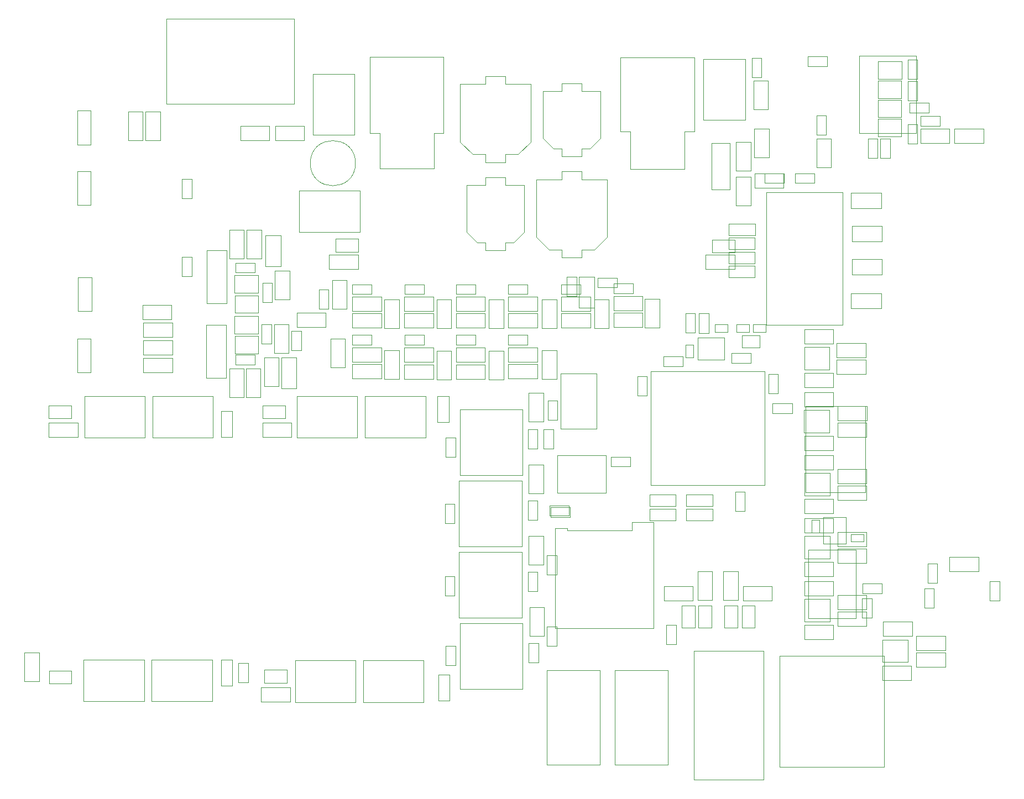
<source format=gbr>
%TF.GenerationSoftware,Altium Limited,Altium Designer,22.2.1 (43)*%
G04 Layer_Color=32768*
%FSLAX44Y44*%
%MOMM*%
%TF.SameCoordinates,040CE2E0-B857-4D47-B26F-9B72162B56B4*%
%TF.FilePolarity,Positive*%
%TF.FileFunction,Other,Mechanical_15*%
%TF.Part,Single*%
G01*
G75*
%TA.AperFunction,NonConductor*%
%ADD185C,0.0500*%
D185*
X773770Y1096010D02*
G03*
X773770Y1096010I-34630J0D01*
G01*
X1510740Y820140D02*
X1555040D01*
X1510740Y797840D02*
X1555040D01*
X1510740D02*
Y820140D01*
X1555040Y797840D02*
Y820140D01*
X1510740Y794740D02*
X1555040D01*
X1510740Y772440D02*
X1555040D01*
X1510740D02*
Y794740D01*
X1555040Y772440D02*
Y794740D01*
X1512010Y530580D02*
X1556310D01*
X1512010Y508280D02*
X1556310D01*
X1512010Y530580D02*
X1512010Y508280D01*
X1556310D02*
Y530580D01*
X1512010Y505180D02*
X1556310D01*
X1512010Y482880D02*
X1556310D01*
X1512010D02*
Y505180D01*
X1556310Y482880D02*
Y505180D01*
X1512010Y601700D02*
X1556310D01*
X1512010Y579400D02*
X1556310D01*
X1512010D02*
Y601700D01*
X1556310Y579400D02*
Y601700D01*
X1512010Y627100D02*
X1556310D01*
X1512010Y604800D02*
X1556310D01*
X1512010D02*
Y627100D01*
X1556310Y604800D02*
Y627100D01*
X1512010Y698220D02*
X1556310D01*
X1512010Y675920D02*
X1556310D01*
X1512010D02*
Y698220D01*
X1556310Y675920D02*
Y698220D01*
X1512450Y723620D02*
X1556750D01*
X1512450Y701320D02*
X1556750D01*
X1512450D02*
Y723620D01*
X1556750Y701320D02*
X1556750Y723620D01*
X1461650Y427949D02*
X1500150D01*
X1461650Y393949D02*
X1500150D01*
Y427949D01*
X1461650Y393949D02*
Y427949D01*
X1581030Y365719D02*
X1619530D01*
X1581030Y331719D02*
X1619530D01*
Y365719D01*
X1581030Y331719D02*
Y365719D01*
X1461210Y455650D02*
X1505510D01*
X1461210Y433350D02*
X1505510D01*
X1461210D02*
Y455650D01*
X1505510Y433350D02*
Y455650D01*
X1512010Y434060D02*
X1556310D01*
X1512010Y411760D02*
X1556310D01*
X1512010D02*
Y434060D01*
X1556310Y411760D02*
Y434060D01*
X1512010Y408660D02*
X1556310D01*
X1512010Y386360D02*
X1556310D01*
X1512010D02*
Y408660D01*
X1556310Y386360D02*
Y408660D01*
X1581860Y393420D02*
X1626160D01*
X1581860Y371120D02*
X1626160D01*
X1581860D02*
Y393420D01*
X1626160Y371120D02*
Y393420D01*
X1580590Y326110D02*
X1624890D01*
X1580590Y303810D02*
X1624890D01*
X1580590D02*
Y326110D01*
X1624890Y303810D02*
Y326110D01*
X1632660Y346430D02*
X1676960Y346430D01*
X1632660Y324130D02*
X1676960Y324130D01*
X1632660Y324130D02*
X1632660Y346430D01*
X1676960Y324130D02*
Y346430D01*
X1632660Y371830D02*
X1676960D01*
X1632660Y349530D02*
X1676960D01*
X1632660D02*
Y371830D01*
X1676960D02*
X1676960Y349530D01*
X1461210Y388340D02*
X1505510D01*
X1461210Y366040D02*
X1505510D01*
X1461210D02*
Y388340D01*
X1505510Y366040D02*
Y388340D01*
X1226080Y602510D02*
Y776710D01*
X1400280Y602510D02*
Y776710D01*
X1226080D02*
X1400280D01*
X1226080Y602510D02*
X1400280D01*
X1519610Y848260D02*
Y1051660D01*
X1402910Y848260D02*
X1519610D01*
X1402910D02*
Y1051660D01*
X1519610D01*
X1461210Y581380D02*
X1505510D01*
X1461210Y559080D02*
X1505510D01*
X1461210D02*
Y581380D01*
X1505510Y559080D02*
Y581380D01*
X1461210Y677900D02*
X1505510D01*
X1461210Y655600D02*
X1505510D01*
X1461210D02*
Y677900D01*
X1505510Y655600D02*
Y677900D01*
X1291630Y348990D02*
X1398230D01*
X1291630Y151190D02*
Y348990D01*
Y151190D02*
X1398230D01*
Y348990D01*
X1320310Y979010D02*
X1354310D01*
X1320310Y959010D02*
X1354310D01*
X1320310D02*
Y979010D01*
X1354310Y959010D02*
Y979010D01*
X1112300Y891930D02*
Y921630D01*
X1097500Y891930D02*
Y921630D01*
Y891930D02*
X1112300D01*
X1097500Y921630D02*
X1112300D01*
X1139260Y874240D02*
Y921540D01*
X1116260Y874240D02*
X1139260D01*
X1116260D02*
Y921540D01*
X1139260D01*
X1174360Y905780D02*
Y920480D01*
X1144660Y905780D02*
Y920480D01*
X1174360D01*
X1144660Y905780D02*
X1174360D01*
X483910Y1317210D02*
X679410D01*
X483910Y1187210D02*
Y1317210D01*
Y1187210D02*
X679410D01*
Y1317210D01*
X1170980Y318850D02*
X1252180D01*
X1170980Y174050D02*
Y318850D01*
Y174050D02*
X1252180D01*
Y318850D01*
X1148040Y174050D02*
Y318850D01*
X1066840Y174050D02*
X1148040D01*
X1066840D02*
Y318850D01*
X1148040D01*
X1007820Y868960D02*
Y891260D01*
X1052120Y868960D02*
Y891260D01*
X1007820D02*
X1052120D01*
X1007820Y868960D02*
X1052120D01*
X1142560Y689020D02*
Y774020D01*
X1087560Y689020D02*
X1142560D01*
X1087560D02*
Y774020D01*
X1142560D01*
X933810Y718470D02*
X1029610D01*
Y617570D02*
Y718470D01*
X933810Y617570D02*
X1029610D01*
X933810D02*
Y718470D01*
X1549790Y437100D02*
Y451900D01*
X1579490Y437100D02*
Y451900D01*
X1549790Y437100D02*
X1579490D01*
X1549790Y451900D02*
X1579490D01*
X1280480Y566280D02*
X1320480D01*
Y548780D02*
Y566280D01*
X1280480Y548780D02*
X1320480D01*
X1280480D02*
Y566280D01*
Y570370D02*
X1320480D01*
X1280480D02*
Y587870D01*
X1320480D01*
Y570370D02*
Y587870D01*
X1224280Y570370D02*
X1264280D01*
X1224280D02*
Y587870D01*
X1264280D01*
Y570370D02*
Y587870D01*
X1224280Y566280D02*
X1264280D01*
Y548780D02*
Y566280D01*
X1224280Y548780D02*
X1264280D01*
X1224280D02*
Y566280D01*
X1727760Y470180D02*
Y492480D01*
X1683460Y470180D02*
Y492480D01*
Y470180D02*
X1727760D01*
X1683460Y492480D02*
X1727760D01*
X1649950Y482210D02*
X1664750D01*
X1649950Y452510D02*
X1664750D01*
Y482210D01*
X1649950Y452510D02*
Y482210D01*
X1644870Y414410D02*
X1659670D01*
X1644870Y444110D02*
X1659670D01*
X1644870Y414410D02*
Y444110D01*
X1659670Y414410D02*
Y444110D01*
X1745200Y425840D02*
X1760000D01*
X1745200Y455540D02*
X1760000D01*
X1745200Y425840D02*
Y455540D01*
X1760000Y425840D02*
Y455540D01*
X1461570Y490468D02*
Y524469D01*
X1500070Y490468D02*
Y524469D01*
X1461570Y490468D02*
X1500070D01*
X1461570Y524469D02*
X1500070D01*
X1505510Y529870D02*
Y552170D01*
X1461210Y529870D02*
Y552170D01*
Y529870D02*
X1505510D01*
X1461210Y552170D02*
X1505510D01*
Y462560D02*
Y484860D01*
X1461210Y462560D02*
Y484860D01*
Y462560D02*
X1505510D01*
X1461210Y484860D02*
X1505510D01*
X1461570Y586988D02*
Y620989D01*
X1500070Y586988D02*
Y620989D01*
X1461570Y586988D02*
X1500070D01*
X1461570Y620989D02*
X1500070D01*
X1505510Y626390D02*
Y648690D01*
X1461210Y626390D02*
Y648690D01*
Y626390D02*
X1505510D01*
X1461210Y648690D02*
X1505510D01*
X1460740Y683508D02*
Y717509D01*
X1499240Y683508D02*
Y717509D01*
X1460740Y683508D02*
X1499240D01*
X1460740Y717509D02*
X1499240D01*
X1505510Y722910D02*
Y745210D01*
X1461210Y722910D02*
Y745210D01*
Y722910D02*
X1505510D01*
X1461210Y745210D02*
X1505510D01*
X1461210Y780029D02*
Y814029D01*
X1499710Y780029D02*
Y814029D01*
X1461210Y780029D02*
X1499710D01*
X1461210Y814029D02*
X1499710D01*
X1505510Y819430D02*
Y841730D01*
X1461210Y819430D02*
Y841730D01*
Y819430D02*
X1505510D01*
X1461210Y841730D02*
X1505510D01*
Y752120D02*
Y774420D01*
X1461210Y752120D02*
Y774420D01*
Y752120D02*
X1505510D01*
X1461210Y774420D02*
X1505510D01*
X1068290Y702700D02*
X1083090D01*
X1068290Y732400D02*
X1083090D01*
X1068290Y702700D02*
Y732400D01*
X1083090Y702700D02*
Y732400D01*
X1071000Y571280D02*
X1100700D01*
X1071000Y556480D02*
X1100700D01*
X1071000D02*
Y571280D01*
X1100700Y556480D02*
Y571280D01*
X523020Y922410D02*
Y952110D01*
X508220Y922410D02*
Y952110D01*
X523020D01*
X508220Y922410D02*
X523020D01*
Y1041790D02*
Y1071490D01*
X508220Y1041790D02*
Y1071490D01*
X523020D01*
X508220Y1041790D02*
X523020D01*
X1532670Y873610D02*
X1578830D01*
X1532670Y896770D02*
X1578830D01*
Y873610D02*
Y896770D01*
X1532670Y873610D02*
Y896770D01*
X1533940Y925680D02*
X1580100D01*
X1533940Y948840D02*
X1580100D01*
Y925680D02*
Y948840D01*
X1533940Y925680D02*
Y948840D01*
X1532630Y1027280D02*
X1578790D01*
X1532630Y1050440D02*
X1578790D01*
Y1027280D02*
Y1050440D01*
X1532630Y1027280D02*
Y1050440D01*
X1533940Y976480D02*
X1580100D01*
X1533940Y999640D02*
X1580100D01*
Y976480D02*
Y999640D01*
X1533940Y976480D02*
Y999640D01*
X1356640Y1030680D02*
Y1074980D01*
X1378940Y1030680D02*
Y1074980D01*
X1356640Y1030680D02*
X1378940D01*
X1356640Y1074980D02*
X1378940D01*
X1385570Y985660D02*
Y1003160D01*
X1345570Y985660D02*
X1385570D01*
X1345570D02*
Y1003160D01*
X1385570D01*
X1385250Y964070D02*
Y981570D01*
X1345250Y964070D02*
X1385250D01*
X1345250D02*
Y981570D01*
X1385250D01*
Y942480D02*
Y959980D01*
X1345250Y942480D02*
X1385250D01*
X1345250D02*
Y959980D01*
X1385250D01*
Y920890D02*
Y938390D01*
X1345250Y920890D02*
X1385250D01*
X1345250D02*
Y938390D01*
X1385250D01*
X1385010Y1080490D02*
X1429310D01*
X1385010Y1058190D02*
X1429310D01*
X1385010D02*
Y1080490D01*
X1429310Y1058190D02*
Y1080490D01*
X1384580Y1104340D02*
Y1148640D01*
X1406880Y1104340D02*
Y1148640D01*
X1384580Y1104340D02*
X1406880D01*
X1384580Y1148640D02*
X1406880D01*
X1495670Y1244820D02*
Y1259620D01*
X1465970Y1244820D02*
Y1259620D01*
Y1244820D02*
X1495670D01*
X1465970Y1259620D02*
X1495670D01*
X1634270Y1224670D02*
Y1254370D01*
X1619470Y1224670D02*
Y1254370D01*
X1634270D01*
X1619470Y1224670D02*
X1634270D01*
X1619470Y1221350D02*
X1634270D01*
X1619470Y1191650D02*
X1634270D01*
Y1221350D01*
X1619470Y1191650D02*
Y1221350D01*
X1622180Y1173700D02*
Y1188500D01*
X1651880Y1173700D02*
Y1188500D01*
X1622180D02*
X1651880D01*
X1622180Y1173700D02*
X1651880D01*
X1619470Y1125610D02*
X1634270D01*
X1619470Y1155310D02*
X1634270D01*
X1619470Y1125610D02*
Y1155310D01*
X1634270Y1125610D02*
Y1155310D01*
X1610384Y1225100D02*
Y1251700D01*
X1574184D02*
X1610384D01*
X1574184Y1225100D02*
Y1251700D01*
Y1225100D02*
X1610384D01*
X769060Y868960D02*
X813360D01*
X769060Y891260D02*
X813360D01*
Y868960D02*
Y891260D01*
X769060Y868960D02*
Y891260D01*
X927810Y843560D02*
Y865860D01*
X972110Y843560D02*
Y865860D01*
X927810D02*
X972110D01*
X927810Y843560D02*
X972110D01*
X1007820D02*
Y865860D01*
X1052120Y843560D02*
Y865860D01*
X1007820D02*
X1052120D01*
X1007820Y843560D02*
X1052120D01*
X1169110Y870230D02*
X1213410D01*
X1169110Y892530D02*
X1213410D01*
Y870230D02*
Y892530D01*
X1169110Y870230D02*
Y892530D01*
X1089100Y868960D02*
X1133400D01*
X1089100Y891260D02*
X1133400D01*
Y868960D02*
Y891260D01*
X1089100Y868960D02*
Y891260D01*
X927810Y868960D02*
X972110D01*
X927810Y891260D02*
X972110D01*
Y868960D02*
Y891260D01*
X927810Y868960D02*
Y891260D01*
X848630Y868960D02*
X892930D01*
X848630Y891260D02*
X892930D01*
Y868960D02*
Y891260D01*
X848630Y868960D02*
Y891260D01*
X1168920Y896840D02*
Y911640D01*
X1198620Y896840D02*
Y911640D01*
X1168920D02*
X1198620D01*
X1168920Y896840D02*
X1198620D01*
X1088780Y895570D02*
Y910370D01*
X1118480Y895570D02*
Y910370D01*
X1088780D02*
X1118480D01*
X1088780Y895570D02*
X1118480D01*
X1007630D02*
Y910370D01*
X1037330Y895570D02*
Y910370D01*
X1007630D02*
X1037330D01*
X1007630Y895570D02*
X1037330D01*
X927490D02*
Y910370D01*
X957190Y895570D02*
Y910370D01*
X927490D02*
X957190D01*
X927490Y895570D02*
X957190D01*
X848750D02*
Y910370D01*
X878450Y895570D02*
Y910370D01*
X848750D02*
X878450D01*
X848750Y895570D02*
X878450D01*
X768740D02*
Y910370D01*
X798440Y895570D02*
Y910370D01*
X768740D02*
X798440D01*
X768740Y895570D02*
X798440D01*
X1216940Y843990D02*
Y888290D01*
X1239240Y843990D02*
Y888290D01*
X1216940Y843990D02*
X1239240D01*
X1216940Y888290D02*
X1239240D01*
X1139470Y842720D02*
Y887020D01*
X1161770Y842720D02*
Y887020D01*
X1139470Y842720D02*
X1161770D01*
X1139470Y887020D02*
X1161770D01*
X1059460Y842720D02*
Y887020D01*
X1081760Y842720D02*
Y887020D01*
X1059460Y842720D02*
X1081760D01*
X1059460Y887020D02*
X1081760D01*
X978180Y842720D02*
Y887020D01*
X1000480Y842720D02*
Y887020D01*
X978180Y842720D02*
X1000480D01*
X978180Y887020D02*
X1000480D01*
X898170Y842720D02*
Y887020D01*
X920470Y842720D02*
Y887020D01*
X898170Y842720D02*
X920470D01*
X898170Y887020D02*
X920470D01*
X848630Y843560D02*
Y865860D01*
X892930Y843560D02*
Y865860D01*
X848630D02*
X892930D01*
X848630Y843560D02*
X892930D01*
X818160Y843160D02*
Y887460D01*
X840460Y843160D02*
Y887460D01*
X818160Y843160D02*
X840460D01*
X818160Y887460D02*
X840460D01*
X769060Y843560D02*
Y865860D01*
X813360Y843560D02*
Y865860D01*
X769060D02*
X813360D01*
X769060Y843560D02*
X813360D01*
X927810Y791490D02*
X972110D01*
X927810Y813790D02*
X972110D01*
Y791490D02*
Y813790D01*
X927810Y791490D02*
Y813790D01*
X848630Y791490D02*
X892930D01*
X848630Y813790D02*
X892930D01*
Y791490D02*
Y813790D01*
X848630Y791490D02*
Y813790D01*
X768740Y818100D02*
Y832900D01*
X798440Y818100D02*
Y832900D01*
X768740D02*
X798440D01*
X768740Y818100D02*
X798440D01*
X848750D02*
Y832900D01*
X878450Y818100D02*
Y832900D01*
X848750D02*
X878450D01*
X848750Y818100D02*
X878450D01*
X769060Y791490D02*
X813360D01*
X769060Y813790D02*
X813360D01*
Y791490D02*
Y813790D01*
X769060Y791490D02*
Y813790D01*
Y766090D02*
Y788390D01*
X813360Y766090D02*
Y788390D01*
X769060D02*
X813360D01*
X769060Y766090D02*
X813360D01*
X818160Y765250D02*
Y809550D01*
X840460Y765250D02*
Y809550D01*
X818160Y765250D02*
X840460D01*
X818160Y809550D02*
X840460D01*
X848630Y764820D02*
Y787120D01*
X892930Y764820D02*
Y787120D01*
X848630D02*
X892930D01*
X848630Y764820D02*
X892930D01*
X898170Y763980D02*
Y808280D01*
X920470Y763980D02*
Y808280D01*
X898170Y763980D02*
X920470D01*
X898170Y808280D02*
X920470D01*
X927810Y764820D02*
Y787120D01*
X972110Y764820D02*
Y787120D01*
X927810D02*
X972110D01*
X927810Y764820D02*
X972110D01*
X978180Y763980D02*
Y808280D01*
X1000480Y763980D02*
Y808280D01*
X978180Y763980D02*
X1000480D01*
X978180Y808280D02*
X1000480D01*
X1007820Y791490D02*
X1052120D01*
X1007820Y813790D02*
X1052120D01*
Y791490D02*
Y813790D01*
X1007820Y791490D02*
Y813790D01*
X1007630Y818100D02*
Y832900D01*
X1037330Y818100D02*
Y832900D01*
X1007630D02*
X1037330D01*
X1007630Y818100D02*
X1037330D01*
X1059460Y765250D02*
Y809550D01*
X1081760Y765250D02*
Y809550D01*
X1059460Y765250D02*
X1081760D01*
X1059460Y809550D02*
X1081760D01*
X1007820Y766090D02*
X1052120D01*
X1007820Y788390D02*
X1052120D01*
Y766090D02*
Y788390D01*
X1007820Y766090D02*
Y788390D01*
X1101970Y553940D02*
Y568740D01*
X1072270Y553940D02*
Y568740D01*
X1101970D01*
X1072270Y553940D02*
X1101970D01*
X735610Y827330D02*
X757910D01*
X735610Y783030D02*
X757910D01*
X735610D02*
Y827330D01*
X757910Y783030D02*
Y827330D01*
X675860Y839080D02*
X690660D01*
X675860Y809380D02*
X690660D01*
X675860D02*
Y839080D01*
X690660Y809380D02*
Y839080D01*
X649250Y804620D02*
Y848920D01*
X671550Y804620D02*
Y848920D01*
X649250D02*
X671550D01*
X649250Y804620D02*
X671550D01*
X630140Y849240D02*
X644940D01*
X630140Y819540D02*
X644940D01*
X630140D02*
Y849240D01*
X644940Y819540D02*
Y849240D01*
X728270Y844830D02*
Y867130D01*
X683970Y844830D02*
Y867130D01*
X728270D01*
X683970Y844830D02*
X728270D01*
X738150Y917060D02*
X760450D01*
X738150Y872760D02*
X760450D01*
X738150D02*
Y917060D01*
X760450Y872760D02*
Y917060D01*
X717770Y872880D02*
X732570D01*
X717770Y902580D02*
X732570D01*
Y872880D02*
Y902580D01*
X717770Y872880D02*
Y902580D01*
X650520Y931470D02*
X672820D01*
X650520Y887170D02*
X672820D01*
X650520D02*
Y931470D01*
X672820Y887170D02*
Y931470D01*
X588960Y804580D02*
X625160D01*
Y831180D01*
X588960D02*
X625160D01*
X588960Y804580D02*
Y831180D01*
X588400Y835060D02*
X624600D01*
Y861660D01*
X588400D02*
X624600D01*
X588400Y835060D02*
Y861660D01*
X588960Y866810D02*
X625160D01*
Y893410D01*
X588960D02*
X625160D01*
X588960Y866810D02*
Y893410D01*
X588400Y897440D02*
X624600D01*
Y924040D01*
X588400D02*
X624600D01*
X588400Y897440D02*
Y924040D01*
X631410Y912740D02*
X646210D01*
X631410Y883040D02*
X646210D01*
X631410D02*
Y912740D01*
X646210Y883040D02*
Y912740D01*
X619370Y928590D02*
Y943390D01*
X589670Y928590D02*
Y943390D01*
X619370D01*
X589670Y928590D02*
X619370D01*
X1544995Y1142020D02*
Y1260820D01*
X1632545D01*
Y1142020D02*
Y1260820D01*
X1544995Y1142020D02*
X1632545D01*
X1638820Y1153380D02*
Y1168180D01*
X1668520Y1153380D02*
Y1168180D01*
X1638820Y1153380D02*
X1668520D01*
X1638820Y1168180D02*
X1668520D01*
X1691080Y1126770D02*
Y1149070D01*
X1735380Y1126770D02*
Y1149070D01*
X1691080Y1126770D02*
X1735380D01*
X1691080Y1149070D02*
X1735380D01*
X1683310Y1126770D02*
Y1149070D01*
X1639010Y1126770D02*
Y1149070D01*
X1683310D01*
X1639010Y1126770D02*
X1683310D01*
X1592360Y1104020D02*
Y1133720D01*
X1577560Y1104020D02*
Y1133720D01*
Y1104020D02*
X1592360D01*
X1577560Y1133720D02*
X1592360D01*
X1573310Y1104020D02*
Y1133720D01*
X1558510Y1104020D02*
Y1133720D01*
Y1104020D02*
X1573310D01*
X1558510Y1133720D02*
X1573310D01*
X733500Y933730D02*
Y956030D01*
X777800Y933730D02*
Y956030D01*
X733500Y933730D02*
X777800D01*
X733500Y956030D02*
X777800D01*
X777730Y960280D02*
Y980280D01*
X743730Y960280D02*
Y980280D01*
Y960280D02*
X777730D01*
X743730Y980280D02*
X777730D01*
X780560Y990350D02*
Y1054350D01*
X687560D02*
X780560D01*
X687560Y990350D02*
Y1054350D01*
Y990350D02*
X780560D01*
X1089900Y951270D02*
Y963270D01*
X1070150D02*
X1089900D01*
X1050900Y982520D02*
X1070150Y963270D01*
X1050900Y982520D02*
Y1071270D01*
X1089900D01*
Y1083270D01*
X1119900D01*
Y1071270D02*
Y1083270D01*
Y1071270D02*
X1158900D01*
Y982520D02*
Y1071270D01*
X1139650Y963270D02*
X1158900Y982520D01*
X1119900Y963270D02*
X1139650D01*
X1119900Y951270D02*
Y963270D01*
X1089900Y951270D02*
X1119900D01*
X973060Y962540D02*
Y974540D01*
X960310D02*
X973060D01*
X944060Y990790D02*
X960310Y974540D01*
X944060Y990790D02*
Y1062540D01*
X973060D01*
Y1074540D01*
X1003060D01*
Y1062540D02*
Y1074540D01*
Y1062540D02*
X1032060D01*
Y990790D02*
Y1062540D01*
X1015810Y974540D02*
X1032060Y990790D01*
X1003060Y974540D02*
X1015810D01*
X1003060Y962540D02*
Y974540D01*
X973060Y962540D02*
X1003060D01*
X1479830Y1133400D02*
X1502130D01*
X1479830Y1089100D02*
X1502130D01*
X1479830D02*
Y1133400D01*
X1502130Y1089100D02*
Y1133400D01*
X1446920Y1065750D02*
Y1080550D01*
X1476620Y1065750D02*
Y1080550D01*
X1446920Y1065750D02*
X1476620D01*
X1446920Y1080550D02*
X1476620D01*
X1429630Y1065750D02*
Y1080550D01*
X1399930Y1065750D02*
Y1080550D01*
X1429630D01*
X1399930Y1065750D02*
X1429630D01*
X1356640Y1128320D02*
X1378940D01*
X1356640Y1084020D02*
X1378940D01*
X1356640D02*
Y1128320D01*
X1378940Y1084020D02*
Y1128320D01*
X1318920Y1055430D02*
Y1126430D01*
X1346920D01*
Y1055430D02*
Y1126430D01*
X1318920Y1055430D02*
X1346920D01*
X1355310Y563000D02*
Y592700D01*
X1370110Y563000D02*
Y592700D01*
X1355310D02*
X1370110D01*
X1355310Y563000D02*
X1370110D01*
X1383310Y1178000D02*
X1405610D01*
X1383310Y1222300D02*
X1405610D01*
Y1178000D02*
Y1222300D01*
X1383310Y1178000D02*
Y1222300D01*
X1380710Y1256910D02*
X1395510D01*
X1380710Y1227210D02*
X1395510D01*
X1380710D02*
Y1256910D01*
X1395510Y1227210D02*
Y1256910D01*
X1306580Y1162540D02*
Y1255540D01*
X1370580D01*
Y1162540D02*
Y1255540D01*
X1306580Y1162540D02*
X1370580D01*
X1479770Y1139580D02*
X1494570D01*
X1479770Y1169280D02*
X1494570D01*
Y1139580D02*
Y1169280D01*
X1479770Y1139580D02*
Y1169280D01*
X1354380Y933730D02*
Y956030D01*
X1310080Y933730D02*
Y956030D01*
X1354380D01*
X1310080Y933730D02*
X1354380D01*
X1244990Y799880D02*
X1274690D01*
X1244990Y785080D02*
X1274690D01*
Y799880D01*
X1244990Y785080D02*
Y799880D01*
X1279540Y797970D02*
X1290940D01*
X1279540Y817470D02*
X1290940D01*
Y797970D02*
Y817470D01*
X1279540Y797970D02*
Y817470D01*
X1323750Y837580D02*
Y848980D01*
X1343250Y837580D02*
Y848980D01*
X1323750Y837580D02*
X1343250D01*
X1323750Y848980D02*
X1343250D01*
X1314430Y835800D02*
Y866000D01*
X1299230Y835800D02*
X1314430D01*
X1299230D02*
Y866000D01*
X1314430D01*
X1279110Y836050D02*
X1293910D01*
X1279110Y865750D02*
X1293910D01*
Y836050D02*
Y865750D01*
X1279110Y836050D02*
Y865750D01*
X1376270Y837580D02*
Y848980D01*
X1356770Y837580D02*
Y848980D01*
X1376270D01*
X1356770Y837580D02*
X1376270D01*
X1382170D02*
Y848980D01*
X1401670Y837580D02*
Y848980D01*
X1382170Y837580D02*
X1401670D01*
X1382170Y848980D02*
X1401670D01*
X1365720Y832460D02*
X1392720D01*
Y813460D02*
Y832460D01*
X1365720Y813460D02*
X1392720D01*
X1365720D02*
Y832460D01*
X1349130Y790160D02*
X1378830D01*
X1349130Y804960D02*
X1378830D01*
X1349130Y790160D02*
Y804960D01*
X1378830Y790160D02*
Y804960D01*
X1406110Y743340D02*
Y773040D01*
X1420910Y743340D02*
Y773040D01*
X1406110D02*
X1420910D01*
X1406110Y743340D02*
X1420910D01*
X1412380Y712490D02*
X1442580D01*
X1412380D02*
Y727690D01*
X1442580D01*
Y712490D02*
Y727690D01*
X1463110Y723860D02*
X1554410D01*
Y591860D02*
Y723860D01*
X1463110Y591860D02*
X1554410D01*
X1463110D02*
Y723860D01*
X1490490Y553900D02*
X1524490D01*
X1490490Y512900D02*
Y553900D01*
X1524490Y512900D02*
Y553900D01*
X1490490Y512900D02*
X1524490D01*
X1472580Y549500D02*
X1483980D01*
X1472580Y530000D02*
X1483980D01*
X1472580D02*
Y549500D01*
X1483980Y530000D02*
Y549500D01*
X1532030Y516270D02*
Y527670D01*
X1551530Y516270D02*
Y527670D01*
X1532030Y516270D02*
X1551530D01*
X1532030Y527670D02*
X1551530D01*
X1467130Y398350D02*
X1540230D01*
X1467130D02*
Y503350D01*
X1540230D01*
Y398350D02*
Y503350D01*
X1549620Y399170D02*
X1564420D01*
X1549620Y428870D02*
X1564420D01*
Y399170D02*
Y428870D01*
X1549620Y399170D02*
Y428870D01*
X1083170Y590760D02*
Y648760D01*
Y590760D02*
X1157370D01*
Y648760D01*
X1083170D02*
X1157370D01*
X1164980Y631410D02*
X1194680D01*
X1164980Y646210D02*
X1194680D01*
X1164980Y631410D02*
Y646210D01*
X1194680Y631410D02*
Y646210D01*
X1039140Y700040D02*
X1061440D01*
X1039140Y744340D02*
X1061440D01*
Y700040D02*
Y744340D01*
X1039140Y700040D02*
Y744340D01*
X683330Y751050D02*
Y798350D01*
X660330Y751050D02*
X683330D01*
X660330D02*
Y798350D01*
X683330D01*
X634010Y798120D02*
X656310D01*
X634010Y753820D02*
X656310D01*
X634010D02*
Y798120D01*
X656310Y753820D02*
Y798120D01*
X606070Y737310D02*
Y781610D01*
X628370Y737310D02*
Y781610D01*
X606070D02*
X628370D01*
X606070Y737310D02*
X628370D01*
X580670D02*
X602970D01*
X580670Y781610D02*
X602970D01*
Y737310D02*
Y781610D01*
X580670Y737310D02*
Y781610D01*
X589670Y787620D02*
Y802420D01*
X619370Y787620D02*
Y802420D01*
X589670Y787620D02*
X619370D01*
X589670Y802420D02*
X619370D01*
X544870Y767120D02*
X575270D01*
Y848320D01*
X544870D02*
X575270D01*
X544870Y767120D02*
Y848320D01*
X546140Y881420D02*
X576540D01*
Y962620D01*
X546140D02*
X576540D01*
X546140Y881420D02*
Y962620D01*
X636200Y938250D02*
Y985550D01*
X659200D01*
Y938250D02*
Y985550D01*
X636200Y938250D02*
X659200D01*
X607340Y993700D02*
X629640D01*
X607340Y949400D02*
X629640D01*
X607340D02*
Y993700D01*
X629640Y949400D02*
Y993700D01*
X580670D02*
X602970D01*
X580670Y949400D02*
X602970D01*
X580670D02*
Y993700D01*
X602970Y949400D02*
Y993700D01*
X1194260Y1086760D02*
X1277160D01*
Y1144180D01*
X1292410D01*
Y1257610D01*
X1179010D02*
X1292410D01*
X1179010Y1144180D02*
Y1257610D01*
Y1144180D02*
X1194260D01*
Y1086760D02*
Y1144180D01*
X1089900Y1106050D02*
Y1118050D01*
X1077150D02*
X1089900D01*
X1060900Y1134300D02*
X1077150Y1118050D01*
X1060900Y1134300D02*
Y1206050D01*
X1089900D01*
Y1218050D01*
X1119900D01*
Y1206050D02*
Y1218050D01*
Y1206050D02*
X1148900D01*
Y1134300D02*
Y1206050D01*
X1132650Y1118050D02*
X1148900Y1134300D01*
X1119900Y1118050D02*
X1132650D01*
X1119900Y1106050D02*
Y1118050D01*
X1089900Y1106050D02*
X1119900D01*
X973060Y1097420D02*
Y1109420D01*
X953310D02*
X973060D01*
X934060Y1128670D02*
X953310Y1109420D01*
X934060Y1128670D02*
Y1217420D01*
X973060D01*
Y1229420D01*
X1003060D01*
Y1217420D02*
Y1229420D01*
Y1217420D02*
X1042060D01*
Y1128670D02*
Y1217420D01*
X1022810Y1109420D02*
X1042060Y1128670D01*
X1003060Y1109420D02*
X1022810D01*
X1003060Y1097420D02*
Y1109420D01*
X973060Y1097420D02*
X1003060D01*
X893670Y1087940D02*
Y1141890D01*
X908170D01*
Y1258940D01*
X796170D02*
X908170D01*
X796170Y1141890D02*
Y1258940D01*
Y1141890D02*
X810670D01*
Y1087940D02*
Y1141890D01*
Y1087940D02*
X893670D01*
X708410Y1139680D02*
X772410D01*
Y1232680D01*
X708410D02*
X772410D01*
X708410Y1139680D02*
Y1232680D01*
X650950Y1130580D02*
Y1152880D01*
X695250Y1130580D02*
Y1152880D01*
X650950Y1130580D02*
X695250D01*
X650950Y1152880D02*
X695250D01*
X597610Y1130580D02*
Y1152880D01*
X641910Y1130580D02*
Y1152880D01*
X597610Y1130580D02*
X641910D01*
X597610Y1152880D02*
X641910D01*
X452400Y1131010D02*
X474700D01*
X452400Y1175310D02*
X474700D01*
Y1131010D02*
Y1175310D01*
X452400Y1131010D02*
Y1175310D01*
X425730Y1131010D02*
X448030D01*
X425730Y1175310D02*
X448030D01*
Y1131010D02*
Y1175310D01*
X425730Y1131010D02*
Y1175310D01*
X347640Y1124620D02*
Y1176620D01*
X368640D01*
Y1124620D02*
Y1176620D01*
X347640Y1124620D02*
X368640D01*
Y1031910D02*
Y1083910D01*
X347640Y1031910D02*
X368640D01*
X347640D02*
Y1083910D01*
X368640D01*
X348910Y869350D02*
Y921350D01*
X369910D01*
Y869350D02*
Y921350D01*
X348910Y869350D02*
X369910D01*
X347640Y827370D02*
X368640D01*
X347640Y775370D02*
Y827370D01*
Y775370D02*
X368640D01*
Y827370D01*
X675760Y675920D02*
Y698220D01*
X631460Y675920D02*
Y698220D01*
X675760D01*
X631460Y675920D02*
X675760D01*
X631970Y705010D02*
Y725010D01*
X665970Y705010D02*
Y725010D01*
X631970D02*
X665970D01*
X631970Y705010D02*
X665970D01*
X585330Y675960D02*
Y715960D01*
X567830Y675960D02*
X585330D01*
X567830D02*
Y715960D01*
X585330D01*
X462770Y739390D02*
X555770D01*
Y675390D02*
Y739390D01*
X462770Y675390D02*
X555770D01*
X462770D02*
Y739390D01*
X358630Y675390D02*
X451630D01*
X358630D02*
Y739390D01*
X451630D01*
Y675390D02*
Y739390D01*
X304240Y675920D02*
Y698220D01*
X348540Y675920D02*
Y698220D01*
X304240Y675920D02*
X348540D01*
X304240Y698220D02*
X348540D01*
X304310Y705010D02*
Y725010D01*
X338310Y705010D02*
Y725010D01*
X304310D02*
X338310D01*
X304310Y705010D02*
X338310D01*
X304420Y298610D02*
X338420D01*
X304420Y318610D02*
X338420D01*
Y298610D02*
Y318610D01*
X304420Y298610D02*
Y318610D01*
X266980Y301700D02*
Y346000D01*
X289280Y301700D02*
Y346000D01*
X266980D02*
X289280D01*
X266980Y301700D02*
X289280D01*
X918070Y272100D02*
Y312100D01*
X900570Y272100D02*
X918070D01*
X900570D02*
Y312100D01*
X918070D01*
X785350Y270260D02*
Y334260D01*
Y270260D02*
X878350D01*
Y334260D01*
X785350D02*
X878350D01*
X774210Y270260D02*
Y334260D01*
X681210D02*
X774210D01*
X681210Y270260D02*
Y334260D01*
Y270260D02*
X774210D01*
X634510Y299880D02*
X668510D01*
X634510Y319880D02*
X668510D01*
Y299880D02*
Y319880D01*
X634510Y299880D02*
Y319880D01*
X629360Y270790D02*
X673660D01*
X629360Y293090D02*
X673660D01*
X629360Y270790D02*
Y293090D01*
X673660Y270790D02*
Y293090D01*
X609380Y300110D02*
Y329810D01*
X594580Y300110D02*
Y329810D01*
Y300110D02*
X609380D01*
X594580Y329810D02*
X609380D01*
X567830Y294960D02*
X585330D01*
Y334960D01*
X567830D02*
X585330D01*
X567830Y294960D02*
Y334960D01*
X461500Y271530D02*
Y335530D01*
Y271530D02*
X554500D01*
Y335530D01*
X461500D02*
X554500D01*
X450360Y271530D02*
Y335530D01*
X357360D02*
X450360D01*
X357360Y271530D02*
Y335530D01*
Y271530D02*
X450360D01*
X1039140Y589990D02*
X1061440D01*
X1039140Y634290D02*
X1061440D01*
Y589990D02*
Y634290D01*
X1039140Y589990D02*
Y634290D01*
X1052610Y549030D02*
Y578730D01*
X1037810Y549030D02*
Y578730D01*
Y549030D02*
X1052610D01*
X1037810Y578730D02*
X1052610D01*
X932540Y609250D02*
X1028340D01*
Y508350D02*
Y609250D01*
X932540Y508350D02*
X1028340D01*
X932540D02*
Y609250D01*
X1039140Y480770D02*
X1061440D01*
X1039140Y525070D02*
X1061440D01*
Y480770D02*
Y525070D01*
X1039140Y480770D02*
Y525070D01*
X1067020Y465210D02*
X1081820D01*
X1067020Y494910D02*
X1081820D01*
Y465210D02*
Y494910D01*
X1067020Y465210D02*
Y494910D01*
X1037810Y469510D02*
X1052610D01*
X1037810Y439810D02*
X1052610D01*
X1037810D02*
Y469510D01*
X1052610Y439810D02*
Y469510D01*
X932540Y399130D02*
Y500030D01*
Y399130D02*
X1028340D01*
Y500030D01*
X932540D02*
X1028340D01*
X1039080Y360290D02*
X1053880D01*
X1039080Y330590D02*
X1053880D01*
X1039080D02*
Y360290D01*
X1053880Y330590D02*
Y360290D01*
X933810Y289910D02*
Y390810D01*
Y289910D02*
X1029610D01*
Y390810D01*
X933810D02*
X1029610D01*
X1040410Y371550D02*
X1062710D01*
X1040410Y415850D02*
X1062710D01*
Y371550D02*
Y415850D01*
X1040410Y371550D02*
Y415850D01*
X1067020Y355990D02*
X1081820D01*
X1067020Y385690D02*
X1081820D01*
Y355990D02*
Y385690D01*
X1067020Y355990D02*
Y385690D01*
X1249900Y358530D02*
Y388230D01*
X1264700Y358530D02*
Y388230D01*
X1249900D02*
X1264700D01*
X1249900Y358530D02*
X1264700D01*
X1367230Y448140D02*
X1411530D01*
X1367230Y425840D02*
X1411530D01*
Y448140D01*
X1367230Y425840D02*
Y448140D01*
X1337130Y426270D02*
Y470570D01*
X1359430Y426270D02*
Y470570D01*
X1337130D02*
X1359430D01*
X1337130Y426270D02*
X1359430D01*
X1246120Y425840D02*
X1290420D01*
X1246120Y448140D02*
X1290420D01*
X1246120Y425840D02*
Y448140D01*
X1290420Y425840D02*
Y448140D01*
X1297760Y426270D02*
Y470570D01*
X1320060Y426270D02*
Y470570D01*
X1297760D02*
X1320060D01*
X1297760Y426270D02*
X1320060D01*
X1365410Y418430D02*
X1385410D01*
X1365410Y384430D02*
X1385410D01*
Y418430D01*
X1365410Y384430D02*
Y418430D01*
X1338740Y418430D02*
X1358741D01*
X1338740Y384430D02*
X1358741D01*
Y418430D01*
X1338740Y384430D02*
Y418430D01*
X1298910Y418430D02*
X1318910D01*
X1298910Y384430D02*
X1318910D01*
Y418430D01*
X1298910Y384430D02*
Y418430D01*
X1273510Y418320D02*
X1293510D01*
X1273510Y384320D02*
X1293510D01*
Y418320D01*
X1273510Y384320D02*
Y418320D01*
X899300Y698820D02*
X916800D01*
Y738820D01*
X899300D02*
X916800D01*
X899300Y698820D02*
Y738820D01*
X925610Y433590D02*
Y463290D01*
X910810Y433590D02*
Y463290D01*
Y433590D02*
X925610D01*
X910810Y463290D02*
X925610D01*
X449020Y774980D02*
X493320D01*
X449020Y797280D02*
X493320D01*
X449020Y774980D02*
Y797280D01*
X493320Y774980D02*
Y797280D01*
X449020Y851466D02*
X493320D01*
X449020Y829167D02*
X493320D01*
Y851466D01*
X449020Y829167D02*
Y851466D01*
Y824373D02*
X493320D01*
X449020Y802074D02*
X493320D01*
Y824373D01*
X449020Y802074D02*
Y824373D01*
X447750Y856260D02*
X492050D01*
X447750Y878560D02*
X492050D01*
X447750Y856260D02*
Y878560D01*
X492050Y856260D02*
Y878560D01*
X1089100Y843560D02*
X1133400D01*
X1089100Y865860D02*
X1133400D01*
Y843560D02*
Y865860D01*
X1089100Y843560D02*
Y865860D01*
X1169110Y844830D02*
X1213410D01*
X1169110Y867130D02*
X1213410D01*
Y844830D02*
Y867130D01*
X1169110Y844830D02*
Y867130D01*
X927490Y818100D02*
X957190D01*
X927490Y832900D02*
X957190D01*
Y818100D02*
Y832900D01*
X927490Y818100D02*
Y832900D01*
X912080Y645550D02*
Y675250D01*
X926880Y645550D02*
Y675250D01*
X912080Y645550D02*
X926880D01*
X912080Y675250D02*
X926880D01*
X1573624Y1137320D02*
X1609824D01*
X1573624D02*
Y1163920D01*
X1609824D01*
Y1137320D02*
Y1163920D01*
X1573624Y1166530D02*
X1609824D01*
X1573624D02*
Y1193130D01*
X1609824D01*
Y1166530D02*
Y1193130D01*
X1573624Y1195740D02*
X1609824D01*
X1573624D02*
Y1222340D01*
X1609824D01*
Y1195740D02*
Y1222340D01*
X1423170Y341066D02*
X1583170D01*
Y171066D02*
Y341066D01*
X1423170Y171066D02*
X1583170D01*
X1423170D02*
Y341066D01*
X1338760Y794530D02*
Y828530D01*
X1297760D02*
X1338760D01*
X1297760Y794530D02*
X1338760D01*
X1297760D02*
Y828530D01*
X1205450Y769230D02*
X1220250D01*
X1205450Y739530D02*
X1220250D01*
X1205450D02*
Y769230D01*
X1220250Y739530D02*
Y769230D01*
X1079430Y383320D02*
X1229930D01*
Y546320D01*
X1196930D02*
X1229930D01*
X1196930Y533320D02*
Y546320D01*
X1098430Y533320D02*
X1196930D01*
X1098430D02*
Y536320D01*
X1079430D02*
X1098430D01*
X1079430Y383320D02*
Y536320D01*
X683750Y675390D02*
X776750D01*
X683750D02*
Y739390D01*
X776750D01*
Y675390D02*
Y739390D01*
X1052610Y658250D02*
Y687950D01*
X1037810Y658250D02*
Y687950D01*
Y658250D02*
X1052610D01*
X1037810Y687950D02*
X1052610D01*
X788130Y675390D02*
Y739390D01*
Y675390D02*
X881130D01*
Y739390D01*
X788130D02*
X881130D01*
X1061940Y658250D02*
Y687950D01*
X1076740Y658250D02*
Y687950D01*
X1061940D02*
X1076740D01*
X1061940Y658250D02*
X1076740D01*
X926880Y326780D02*
Y356480D01*
X912080Y326780D02*
Y356480D01*
Y326780D02*
X926880D01*
X912080Y356480D02*
X926880D01*
X925610Y544080D02*
Y573780D01*
X910810Y544080D02*
Y573780D01*
Y544080D02*
X925610D01*
X910810Y573780D02*
X925610D01*
%TF.MD5,78a7c0c648161f5fc1059c86c2f8da72*%
M02*

</source>
